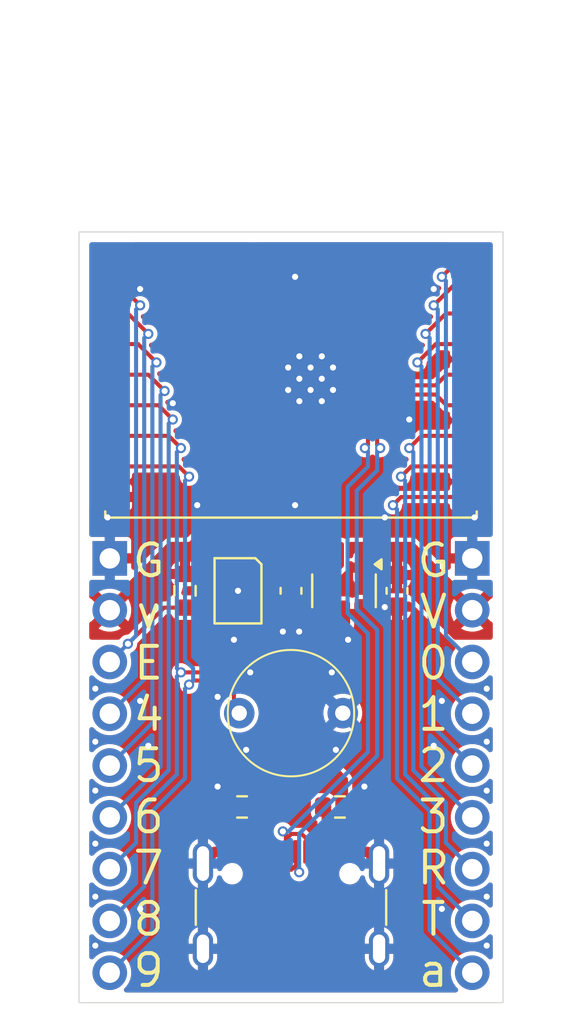
<source format=kicad_pcb>
(kicad_pcb (version 20241229) (generator "pcbnew") (generator_version "9.0")
  (layers (0 "F.Cu" signal) (2 "B.Cu" signal) (13 "F.Paste" user) (15 "B.Paste" user) (5 "F.SilkS" user "F.Silkscreen") (7 "B.SilkS" user "B.Silkscreen") (1 "F.Mask" user) (3 "B.Mask" user) (25 "Edge.Cuts" user))
  (net 0 "")
  (net 1 "GND")
  (net 2 "D+")
  (net 3 "D-")
  (net 5 "Net-(J1-CC1)")
  (net 6 "Net-(J1-CC2)")
  (net 7 "+3.3V")
  (net 8 "IO0")
  (net 9 "IO1")
  (net 10 "IO2")
  (net 11 "IO3")
  (net 12 "IO4")
  (net 13 "IO5")
  (net 14 "IO6")
  (net 15 "IO7")
  (net 16 "IO8")
  (net 17 "IO9")
  (net 18 "IO10")
  (net 19 "RXD")
  (net 20 "TXD")
  (net 21 "EN")
  (net 22 "VBUS")
  (footprint "Resistor_SMD:R_0603_1608Metric" (layer "F.Cu") (at 94.8 79.8 -90)
    (property "Reference" "R1" (hide yes))
    (property "Value" "10k" (hide yes))
    (fp_line (start -0.237258 0.5225) (end 0.237258 0.5225) (stroke (width 0.12)) (layer "F.SilkS"))
    (fp_line (start -0.237258 -0.5225) (end 0.237258 -0.5225) (stroke (width 0.12)) (layer "F.SilkS"))
    (pad "1" smd roundrect (at -0.825 0 270) (size 0.8 0.95) (layers "F.Cu" "F.Mask" "F.Paste") (net 7 "+3.3V"))
    (pad "2" smd roundrect (at 0.825 0 270) (size 0.8 0.95) (layers "F.Cu" "F.Mask" "F.Paste") (net 21 "EN"))
  )
  (footprint "Connector_USB:USB_C_Receptacle_GCT_USB4105-xx-A_16P_TopMnt_Horizontal" (layer "F.Cu") (at 100 96.28)
    (property "Reference" "J1" (hide yes))
    (property "Value" "USB_C_Receptacle_USB2.0_16P" (hide yes))
    (fp_line (start -4.67 -0.1) (end -4.67 -1.8) (stroke (width 0.12)) (layer "F.SilkS"))
    (fp_line (start 4.67 -0.1) (end 4.67 -1.8) (stroke (width 0.12)) (layer "F.SilkS"))
    (pad "" np_thru_hole circle (at -2.89 -2.605) (size 0.65 0.65) (drill 0.65) (layers "*.Cu" "*.Mask"))
    (pad "" np_thru_hole circle (at 2.89 -2.605) (size 0.65 0.65) (drill 0.65) (layers "*.Cu" "*.Mask"))
    (pad "A1" smd roundrect (at -3.2 -3.68) (size 0.6 1.15) (layers "F.Cu" "F.Mask" "F.Paste") (net 1 "GND"))
    (pad "A4" smd roundrect (at -2.4 -3.68) (size 0.6 1.15) (layers "F.Cu" "F.Mask" "F.Paste") (net 22 "VBUS"))
    (pad "A5" smd roundrect (at -1.25 -3.68) (size 0.3 1.15) (layers "F.Cu" "F.Mask" "F.Paste") (net 5 "Net-(J1-CC1)"))
    (pad "A6" smd roundrect (at -0.25 -3.68) (size 0.3 1.15) (layers "F.Cu" "F.Mask" "F.Paste") (net 2 "D+"))
    (pad "A7" smd roundrect (at 0.25 -3.68) (size 0.3 1.15) (layers "F.Cu" "F.Mask" "F.Paste") (net 3 "D-"))
    (pad "A8" smd roundrect (at 1.25 -3.68) (size 0.3 1.15) (layers "F.Cu" "F.Mask" "F.Paste"))
    (pad "A9" smd roundrect (at 2.4 -3.68) (size 0.6 1.15) (layers "F.Cu" "F.Mask" "F.Paste") (net 22 "VBUS"))
    (pad "A12" smd roundrect (at 3.2 -3.68) (size 0.6 1.15) (layers "F.Cu" "F.Mask" "F.Paste") (net 1 "GND"))
    (pad "B1" smd roundrect (at 3.2 -3.68) (size 0.6 1.15) (layers "F.Cu" "F.Mask" "F.Paste") (net 1 "GND"))
    (pad "B4" smd roundrect (at 2.4 -3.68) (size 0.6 1.15) (layers "F.Cu" "F.Mask" "F.Paste") (net 22 "VBUS"))
    (pad "B5" smd roundrect (at 1.75 -3.68) (size 0.3 1.15) (layers "F.Cu" "F.Mask" "F.Paste") (net 6 "Net-(J1-CC2)"))
    (pad "B6" smd roundrect (at 0.75 -3.68) (size 0.3 1.15) (layers "F.Cu" "F.Mask" "F.Paste") (net 2 "D+"))
    (pad "B7" smd roundrect (at -0.75 -3.68) (size 0.3 1.15) (layers "F.Cu" "F.Mask" "F.Paste") (net 3 "D-"))
    (pad "B8" smd roundrect (at -1.75 -3.68) (size 0.3 1.15) (layers "F.Cu" "F.Mask" "F.Paste"))
    (pad "B9" smd roundrect (at -2.4 -3.68) (size 0.6 1.15) (layers "F.Cu" "F.Mask" "F.Paste") (net 22 "VBUS"))
    (pad "B12" smd roundrect (at -3.2 -3.68) (size 0.6 1.15) (layers "F.Cu" "F.Mask" "F.Paste") (net 1 "GND"))
    (pad "S1" thru_hole oval (at -4.32 -3.105) (size 1 2.1) (drill oval 0.6 1.7) (property pad_prop_heatsink) (layers "*.Cu" "*.Mask" "F.Paste") (net 1 "GND"))
    (pad "S1" thru_hole oval (at -4.32 1.075) (size 1 1.8) (drill oval 0.6 1.4) (property pad_prop_heatsink) (layers "*.Cu" "*.Mask" "F.Paste") (net 1 "GND"))
    (pad "S1" thru_hole oval (at 4.32 -3.105) (size 1 2.1) (drill oval 0.6 1.7) (property pad_prop_heatsink) (layers "*.Cu" "*.Mask" "F.Paste") (net 1 "GND"))
    (pad "S1" thru_hole oval (at 4.32 1.075) (size 1 1.8) (drill oval 0.6 1.4) (property pad_prop_heatsink) (layers "*.Cu" "*.Mask" "F.Paste") (net 1 "GND"))
  )
  (footprint "Resistor_SMD:R_0603_1608Metric" (layer "F.Cu") (at 102.4 90.4)
    (property "Reference" "R3" (hide yes))
    (property "Value" "5.1k" (hide yes))
    (fp_line (start -0.237258 -0.5225) (end 0.237258 -0.5225) (stroke (width 0.12)) (layer "F.SilkS"))
    (fp_line (start -0.237258 0.5225) (end 0.237258 0.5225) (stroke (width 0.12)) (layer "F.SilkS"))
    (pad "1" smd roundrect (at -0.825 0) (size 0.8 0.95) (layers "F.Cu" "F.Mask" "F.Paste") (net 6 "Net-(J1-CC2)"))
    (pad "2" smd roundrect (at 0.825 0) (size 0.8 0.95) (layers "F.Cu" "F.Mask" "F.Paste") (net 1 "GND"))
  )
  (footprint "Capacitor_SMD:C_0603_1608Metric" (layer "F.Cu") (at 105.2 79.8 -90)
    (property "Reference" "C1" (hide yes))
    (property "Value" "1u" (hide yes))
    (fp_line (start -0.14058 0.51) (end 0.14058 0.51) (stroke (width 0.12)) (layer "F.SilkS"))
    (fp_line (start -0.14058 -0.51) (end 0.14058 -0.51) (stroke (width 0.12)) (layer "F.SilkS"))
    (pad "1" smd roundrect (at -0.775 0 270) (size 0.9 0.95) (layers "F.Cu" "F.Mask" "F.Paste") (net 22 "VBUS"))
    (pad "2" smd roundrect (at 0.775 0 270) (size 0.9 0.95) (layers "F.Cu" "F.Mask" "F.Paste") (net 1 "GND"))
  )
  (footprint "Resistor_SMD:R_0603_1608Metric" (layer "F.Cu") (at 97.6 90.4 180)
    (property "Reference" "R2" (hide yes))
    (property "Value" "5.1k" (hide yes))
    (fp_line (start -0.237258 0.5225) (end 0.237258 0.5225) (stroke (width 0.12)) (layer "F.SilkS"))
    (fp_line (start -0.237258 -0.5225) (end 0.237258 -0.5225) (stroke (width 0.12)) (layer "F.SilkS"))
    (pad "1" smd roundrect (at -0.825 0 180) (size 0.8 0.95) (layers "F.Cu" "F.Mask" "F.Paste") (net 5 "Net-(J1-CC1)"))
    (pad "2" smd roundrect (at 0.825 0 180) (size 0.8 0.95) (layers "F.Cu" "F.Mask" "F.Paste") (net 1 "GND"))
  )
  (footprint "Capacitor_SMD:C_0603_1608Metric" (layer "F.Cu") (at 100 79.8 -90)
    (property "Reference" "C2" (hide yes))
    (property "Value" "1u" (hide yes))
    (fp_line (start -0.14058 0.51) (end 0.14058 0.51) (stroke (width 0.12)) (layer "F.SilkS"))
    (fp_line (start -0.14058 -0.51) (end 0.14058 -0.51) (stroke (width 0.12)) (layer "F.SilkS"))
    (pad "1" smd roundrect (at -0.775 0 270) (size 0.9 0.95) (layers "F.Cu" "F.Mask" "F.Paste") (net 7 "+3.3V"))
    (pad "2" smd roundrect (at 0.775 0 270) (size 0.9 0.95) (layers "F.Cu" "F.Mask" "F.Paste") (net 1 "GND"))
  )
  (footprint "Package_TO_SOT_SMD:SOT-23-3" (layer "F.Cu") (at 102.6 79.8 -90)
    (property "Reference" "U2" (hide yes))
    (property "Value" "AP7333" (hide yes))
    (fp_line (start 0 1.56) (end -0.8 1.56) (stroke (width 0.12)) (layer "F.SilkS"))
    (fp_line (start 0 1.56) (end 0.8 1.56) (stroke (width 0.12)) (layer "F.SilkS"))
    (fp_line (start 0 -1.56) (end -0.8 -1.56) (stroke (width 0.12)) (layer "F.SilkS"))
    (fp_line (start 0 -1.56) (end 0.8 -1.56) (stroke (width 0.12)) (layer "F.SilkS"))
    (fp_poly (pts (xy -1.3 -1.51) (xy -1.54 -1.84) (xy -1.06 -1.84)) (stroke (width 0.12)) (fill yes) (layer "F.SilkS"))
    (pad "1" smd roundrect (at -1.1375 -0.95 270) (size 1.325 0.6) (layers "F.Cu" "F.Mask" "F.Paste") (net 22 "VBUS"))
    (pad "2" smd roundrect (at -1.1375 0.95 270) (size 1.325 0.6) (layers "F.Cu" "F.Mask" "F.Paste") (net 7 "+3.3V"))
    (pad "3" smd roundrect (at 1.1375 0 270) (size 1.325 0.6) (layers "F.Cu" "F.Mask" "F.Paste") (net 1 "GND"))
  )
  (footprint "Library:alps-skrg" (layer "F.Cu") (at 100 85.8)
    (property "Reference" "SW1" (hide yes))
    (property "Value" "SW_BOOT" (hide yes))
    (fp_circle (center 0 0) (end 3.1 0) (stroke (width 0.1)) (fill no) (layer "F.SilkS"))
    (pad "1" thru_hole circle (at -2.54 0) (size 1.5 1.5) (drill 0.75) (layers "*.Cu" "*.Mask") (net 17 "IO9"))
    (pad "2" thru_hole circle (at 2.54 0) (size 1.5 1.5) (drill 0.75) (layers "*.Cu" "*.Mask") (net 1 "GND"))
  )
  (footprint "LED_SMD:LED_WS2812B-2020_PLCC4_2.0x2.0mm" (layer "F.Cu") (at 97.4 79.8 -90)
    (property "Reference" "D1" (hide yes))
    (property "Value" "WS2812B-2020" (hide yes))
    (fp_line (start -1.6 1.15) (end 1.6 1.15) (stroke (width 0.12)) (layer "F.SilkS"))
    (fp_line (start -1.6 1.15) (end -1.6 -0.85) (stroke (width 0.12)) (layer "F.SilkS"))
    (fp_line (start -1.3 -1.15) (end -1.6 -0.85) (stroke (width 0.12)) (layer "F.SilkS"))
    (fp_line (start -1.3 -1.15) (end 1.6 -1.15) (stroke (width 0.12)) (layer "F.SilkS"))
    (fp_line (start 1.6 -1.15) (end 1.6 1.15) (stroke (width 0.12)) (layer "F.SilkS"))
    (pad "1" smd rect (at -0.915 -0.55 270) (size 0.7 0.7) (layers "F.Cu" "F.Mask" "F.Paste"))
    (pad "2" smd rect (at -0.915 0.55 270) (size 0.7 0.7) (layers "F.Cu" "F.Mask" "F.Paste") (net 1 "GND"))
    (pad "3" smd rect (at 0.915 0.55 270) (size 0.7 0.7) (layers "F.Cu" "F.Mask" "F.Paste") (net 16 "IO8"))
    (pad "4" smd rect (at 0.915 -0.55 270) (size 0.7 0.7) (layers "F.Cu" "F.Mask" "F.Paste") (net 22 "VBUS"))
  )
  (footprint "RF_Module:ESP32-C3-WROOM-02" (layer "F.Cu") (at 100 69.2)
    (property "Reference" "U1" (hide yes))
    (property "Value" "ESP32-C3-WROOM-02" (hide yes))
    (fp_line (start -9.11 6.71) (end -9.11 7.01) (stroke (width 0.12)) (layer "F.SilkS"))
    (fp_line (start -9.11 7.01) (end 9.11 7.01) (stroke (width 0.12)) (layer "F.SilkS"))
    (fp_line (start 9.11 6.71) (end 9.11 7.01) (stroke (width 0.12)) (layer "F.SilkS"))
    (pad "1" smd rect (at -8.75 -6) (size 1.5 0.9) (layers "F.Cu" "F.Mask" "F.Paste") (net 7 "+3.3V"))
    (pad "2" smd rect (at -8.75 -4.5) (size 1.5 0.9) (layers "F.Cu" "F.Mask" "F.Paste") (net 21 "EN"))
    (pad "3" smd rect (at -8.75 -3) (size 1.5 0.9) (layers "F.Cu" "F.Mask" "F.Paste") (net 12 "IO4"))
    (pad "4" smd rect (at -8.75 -1.5) (size 1.5 0.9) (layers "F.Cu" "F.Mask" "F.Paste") (net 13 "IO5"))
    (pad "5" smd rect (at -8.75 0) (size 1.5 0.9) (layers "F.Cu" "F.Mask" "F.Paste") (net 14 "IO6"))
    (pad "6" smd rect (at -8.75 1.5) (size 1.5 0.9) (layers "F.Cu" "F.Mask" "F.Paste") (net 15 "IO7"))
    (pad "7" smd rect (at -8.75 3) (size 1.5 0.9) (layers "F.Cu" "F.Mask" "F.Paste") (net 16 "IO8"))
    (pad "8" smd rect (at -8.75 4.5) (size 1.5 0.9) (layers "F.Cu" "F.Mask" "F.Paste") (net 17 "IO9"))
    (pad "9" smd rect (at -8.75 6) (size 1.5 0.9) (layers "F.Cu" "F.Mask" "F.Paste") (net 1 "GND"))
    (pad "10" smd rect (at 8.75 6) (size 1.5 0.9) (layers "F.Cu" "F.Mask" "F.Paste") (net 18 "IO10"))
    (pad "11" smd rect (at 8.75 4.5) (size 1.5 0.9) (layers "F.Cu" "F.Mask" "F.Paste") (net 19 "RXD"))
    (pad "12" smd rect (at 8.75 3) (size 1.5 0.9) (layers "F.Cu" "F.Mask" "F.Paste") (net 20 "TXD"))
    (pad "13" smd rect (at 8.75 1.5) (size 1.5 0.9) (layers "F.Cu" "F.Mask" "F.Paste") (net 3 "D-"))
    (pad "14" smd rect (at 8.75 0) (size 1.5 0.9) (layers "F.Cu" "F.Mask" "F.Paste") (net 2 "D+"))
    (pad "15" smd rect (at 8.75 -1.5) (size 1.5 0.9) (layers "F.Cu" "F.Mask" "F.Paste") (net 11 "IO3"))
    (pad "16" smd rect (at 8.75 -3) (size 1.5 0.9) (layers "F.Cu" "F.Mask" "F.Paste") (net 10 "IO2"))
    (pad "17" smd rect (at 8.75 -4.5) (size 1.5 0.9) (layers "F.Cu" "F.Mask" "F.Paste") (net 9 "IO1"))
    (pad "18" smd rect (at 8.75 -6) (size 1.5 0.9) (layers "F.Cu" "F.Mask" "F.Paste") (net 8 "IO0"))
    (pad "19" thru_hole circle (at -0.14 -0.35) (size 0.6 0.6) (drill 0.3) (property pad_prop_heatsink) (layers "*.Cu" "F.Mask") (net 1 "GND"))
    (pad "19" thru_hole circle (at -0.14 0.75) (size 0.6 0.6) (drill 0.3) (property pad_prop_heatsink) (layers "*.Cu" "F.Mask") (net 1 "GND"))
    (pad "19" thru_hole circle (at 0.41 -0.9) (size 0.6 0.6) (drill 0.3) (property pad_prop_heatsink) (layers "*.Cu" "F.Mask") (net 1 "GND"))
    (pad "19" thru_hole circle (at 0.41 0.2) (size 0.6 0.6) (drill 0.3) (property pad_prop_heatsink) (layers "*.Cu" "F.Mask") (net 1 "GND"))
    (pad "19" thru_hole circle (at 0.41 1.3) (size 0.6 0.6) (drill 0.3) (property pad_prop_heatsink) (layers "*.Cu" "F.Mask") (net 1 "GND"))
    (pad "19" thru_hole circle (at 0.96 -0.35) (size 0.6 0.6) (drill 0.3) (property pad_prop_heatsink) (layers "*.Cu" "F.Mask") (net 1 "GND"))
    (pad "19" smd rect (at 0.96 0.2) (size 2.9 2.9) (property pad_prop_heatsink) (layers "F.Cu" "F.Mask") (net 1 "GND"))
    (pad "19" thru_hole circle (at 0.96 0.75) (size 0.6 0.6) (drill 0.3) (property pad_prop_heatsink) (layers "*.Cu" "F.Mask") (net 1 "GND"))
    (pad "19" thru_hole circle (at 1.51 -0.9) (size 0.6 0.6) (drill 0.3) (property pad_prop_heatsink) (layers "*.Cu" "F.Mask") (net 1 "GND"))
    (pad "19" thru_hole circle (at 1.51 0.2) (size 0.6 0.6) (drill 0.3) (property pad_prop_heatsink) (layers "*.Cu" "F.Mask") (net 1 "GND"))
    (pad "19" thru_hole circle (at 1.51 1.3) (size 0.6 0.6) (drill 0.3) (property pad_prop_heatsink) (layers "*.Cu" "F.Mask") (net 1 "GND"))
    (pad "19" thru_hole circle (at 2.06 -0.35) (size 0.6 0.6) (drill 0.3) (property pad_prop_heatsink) (layers "*.Cu" "F.Mask") (net 1 "GND"))
    (pad "19" thru_hole circle (at 2.06 0.75) (size 0.6 0.6) (drill 0.3) (property pad_prop_heatsink) (layers "*.Cu" "F.Mask") (net 1 "GND"))
    (zone (net 0) (net_name "") (layers "F.Cu" "B.Cu") (connect_pads (clearance 0)) (min_thickness 0.254)
      (keepout (tracks not_allowed) (vias not_allowed) (pads not_allowed) (copperpour not_allowed) (footprints not_allowed))
      (fill (thermal_gap 0.508) (thermal_bridge_width 0.508))
      (polygon (pts (xy 86 62.1) (xy 114 62.1) (xy 114 51.1) (xy 86 51.1)))
    )
  )
  (footprint "Connector_PinHeader_2.54mm:PinHeader_1x09_P2.54mm_Vertical" (layer "B.Cu") (at 108.89 78.21 180)
    (property "Reference" "J3" (hide yes))
    (property "Value" "OUT2" (hide yes))
    (pad "1" thru_hole rect (at 0 0 180) (size 1.7 1.7) (drill 1) (layers "*.Cu" "*.Mask") (net 1 "GND"))
    (pad "2" thru_hole circle (at 0 -2.54 180) (size 1.7 1.7) (drill 1) (layers "*.Cu" "*.Mask") (net 22 "VBUS"))
    (pad "3" thru_hole circle (at 0 -5.08 180) (size 1.7 1.7) (drill 1) (layers "*.Cu" "*.Mask") (net 8 "IO0"))
    (pad "4" thru_hole circle (at 0 -7.62 180) (size 1.7 1.7) (drill 1) (layers "*.Cu" "*.Mask") (net 9 "IO1"))
    (pad "5" thru_hole circle (at 0 -10.16 180) (size 1.7 1.7) (drill 1) (layers "*.Cu" "*.Mask") (net 10 "IO2"))
    (pad "6" thru_hole circle (at 0 -12.7 180) (size 1.7 1.7) (drill 1) (layers "*.Cu" "*.Mask") (net 11 "IO3"))
    (pad "7" thru_hole circle (at 0 -15.24 180) (size 1.7 1.7) (drill 1) (layers "*.Cu" "*.Mask") (net 20 "TXD"))
    (pad "8" thru_hole circle (at 0 -17.78 180) (size 1.7 1.7) (drill 1) (layers "*.Cu" "*.Mask") (net 19 "RXD"))
    (pad "9" thru_hole circle (at 0 -20.32 180) (size 1.7 1.7) (drill 1) (layers "*.Cu" "*.Mask") (net 18 "IO10"))
  )
  (footprint "LOGO" (layer "B.Cu") (at 100 68.8 180)
    (property "Reference" "G***" (hide yes))
    (property "Value" "LOGO" (hide yes))
  )
  (footprint "Library:PCB.MCBEERINGI.DEV_small" (layer "B.Cu") (at 98.8 77.8 180)
    (property "Reference" "" (at 0 0 0) (layer "B.SilkS") (effects (font (size 1.27 1.27)) (justify mirror)))
    (property "Value" "")
  )
  (footprint "Connector_PinHeader_2.54mm:PinHeader_1x09_P2.54mm_Vertical" (layer "B.Cu") (at 91.11 78.21 180)
    (property "Reference" "J2" (hide yes))
    (property "Value" "OUT1" (hide yes))
    (pad "1" thru_hole rect (at 0 0 180) (size 1.7 1.7) (drill 1) (layers "*.Cu" "*.Mask") (net 1 "GND"))
    (pad "2" thru_hole circle (at 0 -2.54 180) (size 1.7 1.7) (drill 1) (layers "*.Cu" "*.Mask") (net 7 "+3.3V"))
    (pad "3" thru_hole circle (at 0 -5.08 180) (size 1.7 1.7) (drill 1) (layers "*.Cu" "*.Mask") (net 21 "EN"))
    (pad "4" thru_hole circle (at 0 -7.62 180) (size 1.7 1.7) (drill 1) (layers "*.Cu" "*.Mask") (net 12 "IO4"))
    (pad "5" thru_hole circle (at 0 -10.16 180) (size 1.7 1.7) (drill 1) (layers "*.Cu" "*.Mask") (net 13 "IO5"))
    (pad "6" thru_hole circle (at 0 -12.7 180) (size 1.7 1.7) (drill 1) (layers "*.Cu" "*.Mask") (net 14 "IO6"))
    (pad "7" thru_hole circle (at 0 -15.24 180) (size 1.7 1.7) (drill 1) (layers "*.Cu" "*.Mask") (net 15 "IO7"))
    (pad "8" thru_hole circle (at 0 -17.78 180) (size 1.7 1.7) (drill 1) (layers "*.Cu" "*.Mask") (net 16 "IO8"))
    (pad "9" thru_hole circle (at 0 -20.32 180) (size 1.7 1.7) (drill 1) (layers "*.Cu" "*.Mask") (net 17 "IO9"))
  )
  (gr_line (start 110.4 62.2) (end 89.6 62.2) (stroke (width 0.05)) (layer "Edge.Cuts"))
  (gr_line (start 89.6 100) (end 110.4 100) (stroke (width 0.05)) (layer "Edge.Cuts"))
  (gr_line (start 89.6 100) (end 89.6 62.2) (stroke (width 0.05)) (layer "Edge.Cuts"))
  (gr_line (start 110.4 62.2) (end 110.4 100) (stroke (width 0.05)) (layer "Edge.Cuts"))
  (gr_text "G\nV\n0\n1\n2\n3\nR\nT\na" (at 106.985 88.37 0) (layer "F.SilkS") (effects (font (size 1.56 1.56) (thickness 0.195))))
  (gr_text "G\nv\nE\n4\n5\n6\n7\n8\n9" (at 93.015 88.37 0) (layer "F.SilkS") (effects (font (size 1.56 1.56) (thickness 0.195))))
  (segment (start 103.745 92.6) (end 104.32 93.175) (width 0.5) (layer "F.Cu") (net 1))
  (segment (start 103.2 92.6) (end 103.745 92.6) (width 0.5) (layer "F.Cu") (net 1))
  (segment (start 96.8 92.6) (end 96.255 92.6) (width 0.5) (layer "F.Cu") (net 1))
  (segment (start 96.255 92.6) (end 95.68 93.175) (width 0.5) (layer "F.Cu") (net 1))
  (via (at 98 83.8) (size 0.5) (drill 0.3) (layers "F.Cu" "B.Cu") (net 1))
  (via (at 102.2 87.6) (size 0.5) (drill 0.3) (layers "F.Cu" "B.Cu") (net 1))
  (via (at 92.6 65) (size 0.5) (drill 0.3) (layers "F.Cu" "B.Cu") (net 1))
  (via (at 109.6 87.2) (size 0.5) (drill 0.3) (layers "F.Cu" "B.Cu") (net 1))
  (via (at 100.2 64.4) (size 0.5) (drill 0.3) (layers "F.Cu" "B.Cu") (net 1))
  (via (at 107.4 85.2) (size 0.5) (drill 0.3) (layers "F.Cu" "B.Cu") (net 1))
  (via (at 96.4 85) (size 0.5) (drill 0.3) (layers "F.Cu" "B.Cu") (net 1))
  (via (at 90.4 89.6) (size 0.5) (drill 0.3) (layers "F.Cu" "B.Cu") (net 1))
  (via (at 102 83.8) (size 0.5) (drill 0.3) (layers "F.Cu" "B.Cu") (net 1))
  (via (at 104.6 80.6) (size 0.5) (drill 0.3) (layers "F.Cu" "B.Cu") (net 1))
  (via (at 97.4 79.8) (size 0.5) (drill 0.3) (layers "F.Cu" "B.Cu") (net 1))
  (via (at 97.2 82.2) (size 0.5) (drill 0.3) (layers "F.Cu" "B.Cu") (net 1))
  (via (at 100.4 81.8) (size 0.5) (drill 0.3) (layers "F.Cu" "B.Cu") (net 1))
  (via (at 90.4 97.2) (size 0.5) (drill 0.3) (layers "F.Cu" "B.Cu") (net 1))
  (via (at 104.6 76.2) (size 0.5) (drill 0.3) (layers "F.Cu" "B.Cu") (net 1))
  (via (at 109.6 89.6) (size 0.5) (drill 0.3) (layers "F.Cu" "B.Cu") (net 1))
  (via (at 107 65) (size 0.5) (drill 0.3) (layers "F.Cu" "B.Cu") (net 1))
  (via (at 94.2 70.6) (size 0.5) (drill 0.3) (layers "F.Cu" "B.Cu") (net 1))
  (via (at 109.6 94.8) (size 0.5) (drill 0.3) (layers "F.Cu" "B.Cu") (net 1))
  (via (at 107 87.4) (size 0.5) (drill 0.3) (layers "F.Cu" "B.Cu") (net 1))
  (via (at 92.6 95.4) (size 0.5) (drill 0.3) (layers "F.Cu" "B.Cu") (net 1))
  (via (at 93 87.4) (size 0.5) (drill 0.3) (layers "F.Cu" "B.Cu") (net 1))
  (via (at 99.6 81.8) (size 0.5) (drill 0.3) (layers "F.Cu" "B.Cu") (net 1))
  (via (at 90.4 84.6) (size 0.5) (drill 0.3) (layers "F.Cu" "B.Cu") (net 1))
  (via (at 107.4 95.4) (size 0.5) (drill 0.3) (layers "F.Cu" "B.Cu") (net 1))
  (via (at 97.8 87.6) (size 0.5) (drill 0.3) (layers "F.Cu" "B.Cu") (net 1))
  (via (at 103.6 89.4) (size 0.5) (drill 0.3) (layers "F.Cu" "B.Cu") (net 1))
  (via (at 90.4 87.2) (size 0.5) (drill 0.3) (layers "F.Cu" "B.Cu") (net 1))
  (via (at 90.4 92.2) (size 0.5) (drill 0.3) (layers "F.Cu" "B.Cu") (net 1))
  (via (at 96.4 89.4) (size 0.5) (drill 0.3) (layers "F.Cu" "B.Cu") (net 1))
  (via (at 90.4 94.8) (size 0.5) (drill 0.3) (layers "F.Cu" "B.Cu") (net 1))
  (via (at 109.6 84.6) (size 0.5) (drill 0.3) (layers "F.Cu" "B.Cu") (net 1))
  (via (at 109 76.2) (size 0.5) (drill 0.3) (layers "F.Cu" "B.Cu") (net 1))
  (via (at 95.4 75.6) (size 0.5) (drill 0.3) (layers "F.Cu" "B.Cu") (net 1))
  (via (at 100.2 75.6) (size 0.5) (drill 0.3) (layers "F.Cu" "B.Cu") (net 1))
  (via (at 109.6 97.2) (size 0.5) (drill 0.3) (layers "F.Cu" "B.Cu") (net 1))
  (via (at 109.6 92.2) (size 0.5) (drill 0.3) (layers "F.Cu" "B.Cu") (net 1))
  (via (at 91 76.2) (size 0.5) (drill 0.3) (layers "F.Cu" "B.Cu") (net 1))
  (via (at 102.8 82.2) (size 0.5) (drill 0.3) (layers "F.Cu" "B.Cu") (net 1))
  (via (at 105.8 71.4) (size 0.5) (drill 0.3) (layers "F.Cu" "B.Cu") (net 1))
  (via (at 92.6 85.2) (size 0.5) (drill 0.3) (layers "F.Cu" "B.Cu") (net 1))
  (segment (start 99.75 92.6) (end 99.75 91.991176) (width 0.2) (layer "F.Cu") (net 2))
  (segment (start 99.75 91.75) (end 99.75 92.6) (width 0.2) (layer "F.Cu") (net 2))
  (segment (start 107.099999 69.725) (end 107.624999 69.2) (width 0.2) (layer "F.Cu") (net 2))
  (segment (start 99.6 91.6) (end 99.75 91.75) (width 0.2) (layer "F.Cu") (net 2))
  (segment (start 103.775 72.65) (end 103.775 71.706802) (width 0.2) (layer "F.Cu") (net 2))
  (segment (start 100.75 91.95) (end 100.75 92.6) (width 0.2) (layer "F.Cu") (net 2))
  (segment (start 100.017176 91.724) (end 100.524 91.724) (width 0.2) (layer "F.Cu") (net 2))
  (segment (start 103.775 71.706802) (end 105.756802 69.725) (width 0.2) (layer "F.Cu") (net 2))
  (segment (start 100.524 91.724) (end 100.75 91.95) (width 0.2) (layer "F.Cu") (net 2))
  (segment (start 103.625 72.8) (end 103.775 72.65) (width 0.2) (layer "F.Cu") (net 2))
  (segment (start 105.756802 69.725) (end 107.099999 69.725) (width 0.2) (layer "F.Cu") (net 2))
  (segment (start 107.624999 69.2) (end 108.75 69.2) (width 0.2) (layer "F.Cu") (net 2))
  (segment (start 99.75 91.991176) (end 100.017176 91.724) (width 0.2) (layer "F.Cu") (net 2))
  (via (at 103.625 72.8) (size 0.5) (drill 0.3) (layers "F.Cu" "B.Cu") (net 2))
  (via (at 99.6 91.6) (size 0.5) (drill 0.3) (layers "F.Cu" "B.Cu") (net 2))
  (segment (start 99.6 91.6) (end 99.881801 91.6) (width 0.2) (layer "B.Cu") (net 2))
  (segment (start 103.774999 72.949999) (end 103.625 72.8) (width 0.2) (layer "B.Cu") (net 2))
  (segment (start 103.775 87.706801) (end 103.775 81.893198) (width 0.2) (layer "B.Cu") (net 2))
  (segment (start 99.881801 91.6) (end 103.775 87.706801) (width 0.2) (layer "B.Cu") (net 2))
  (segment (start 102.775 74.706802) (end 103.774999 73.706803) (width 0.2) (layer "B.Cu") (net 2))
  (segment (start 103.774999 73.706803) (end 103.774999 72.949999) (width 0.2) (layer "B.Cu") (net 2))
  (segment (start 103.775 81.893198) (end 102.775 80.893198) (width 0.2) (layer "B.Cu") (net 2))
  (segment (start 102.775 80.893198) (end 102.775 74.706802) (width 0.2) (layer "B.Cu") (net 2))
  (segment (start 100.4 93.6) (end 100.25 93.45) (width 0.2) (layer "F.Cu") (net 3))
  (segment (start 99.25 93.208824) (end 99.517176 93.476) (width 0.2) (layer "F.Cu") (net 3))
  (segment (start 107.624999 70.7) (end 108.75 70.7) (width 0.2) (layer "F.Cu") (net 3))
  (segment (start 100.024 93.476) (end 100.25 93.25) (width 0.2) (layer "F.Cu") (net 3))
  (segment (start 104.225 72.65) (end 104.225 71.893198) (width 0.2) (layer "F.Cu") (net 3))
  (segment (start 105.943198 70.175) (end 107.099999 70.175) (width 0.2) (layer "F.Cu") (net 3))
  (segment (start 99.517176 93.476) (end 100.024 93.476) (width 0.2) (layer "F.Cu") (net 3))
  (segment (start 107.099999 70.175) (end 107.624999 70.7) (width 0.2) (layer "F.Cu") (net 3))
  (segment (start 100.25 93.25) (end 100.25 92.6) (width 0.2) (layer "F.Cu") (net 3))
  (segment (start 100.25 93.45) (end 100.25 92.6) (width 0.2) (layer "F.Cu") (net 3))
  (segment (start 104.225 71.893198) (end 105.943198 70.175) (width 0.2) (layer "F.Cu") (net 3))
  (segment (start 104.375 72.8) (end 104.225 72.65) (width 0.2) (layer "F.Cu") (net 3))
  (segment (start 99.25 92.6) (end 99.25 93.208824) (width 0.2) (layer "F.Cu") (net 3))
  (via (at 104.375 72.8) (size 0.5) (drill 0.3) (layers "F.Cu" "B.Cu") (net 3))
  (via (at 100.4 93.6) (size 0.5) (drill 0.3) (layers "F.Cu" "B.Cu") (net 3))
  (segment (start 104.225001 72.949999) (end 104.375 72.8) (width 0.2) (layer "B.Cu") (net 3))
  (segment (start 104.225 81.706802) (end 103.225 80.706802) (width 0.2) (layer "B.Cu") (net 3))
  (segment (start 103.225 80.706802) (end 103.225 74.893198) (width 0.2) (layer "B.Cu") (net 3))
  (segment (start 103.225 74.893198) (end 104.225001 73.893197) (width 0.2) (layer "B.Cu") (net 3))
  (segment (start 104.225 87.893199) (end 104.225 81.706802) (width 0.2) (layer "B.Cu") (net 3))
  (segment (start 104.225001 73.893197) (end 104.225001 72.949999) (width 0.2) (layer "B.Cu") (net 3))
  (segment (start 100.4 91.718199) (end 104.225 87.893199) (width 0.2) (layer "B.Cu") (net 3))
  (segment (start 100.4 93.6) (end 100.4 91.718199) (width 0.2) (layer "B.Cu") (net 3))
  (segment (start 98.75 92.6) (end 98.75 91.95) (width 0.2) (layer "F.Cu") (net 5))
  (segment (start 98.75 91.95) (end 98.4 91.6) (width 0.2) (layer "F.Cu") (net 5))
  (segment (start 98.4 91.6) (end 98.4 90.425) (width 0.2) (layer "F.Cu") (net 5))
  (segment (start 98.4 90.425) (end 98.425 90.4) (width 0.2) (layer "F.Cu") (net 5))
  (segment (start 101.6 91.8) (end 101.6 90.425) (width 0.2) (layer "F.Cu") (net 6))
  (segment (start 101.75 91.95) (end 101.6 91.8) (width 0.2) (layer "F.Cu") (net 6))
  (segment (start 101.75 92.6) (end 101.75 91.95) (width 0.2) (layer "F.Cu") (net 6))
  (segment (start 101.6 90.425) (end 101.575 90.4) (width 0.2) (layer "F.Cu") (net 6))
  (segment (start 108.75 63.2) (end 108.6 63.2) (width 0.2) (layer "F.Cu") (net 8))
  (segment (start 107.6 64.2) (end 107.4 64.4) (width 0.2) (layer "F.Cu") (net 8))
  (segment (start 108.6 63.2) (end 107.6 64.2) (width 0.2) (layer "F.Cu") (net 8))
  (via (at 107.4 64.4) (size 0.5) (drill 0.3) (layers "F.Cu" "B.Cu") (net 8))
  (segment (start 107.6 82) (end 108.89 83.29) (width 0.2) (layer "B.Cu") (net 8))
  (segment (start 107.6 64.6) (end 107.6 82) (width 0.2) (layer "B.Cu") (net 8))
  (segment (start 107.4 64.4) (end 107.6 64.6) (width 0.2) (layer "B.Cu") (net 8))
  (segment (start 108.75 64.7) (end 108.1 64.7) (width 0.2) (layer "F.Cu") (net 9))
  (segment (start 108.1 64.7) (end 107 65.8) (width 0.2) (layer "F.Cu") (net 9))
  (via (at 107 65.8) (size 0.5) (drill 0.3) (layers "F.Cu" "B.Cu") (net 9))
  (segment (start 107.2 84.14) (end 108.89 85.83) (width 0.2) (layer "B.Cu") (net 9))
  (segment (start 107.2 66) (end 107.2 84.14) (width 0.2) (layer "B.Cu") (net 9))
  (segment (start 107 65.8) (end 107.2 66) (width 0.2) (layer "B.Cu") (net 9))
  (segment (start 108.75 66.2) (end 107.6 66.2) (width 0.2) (layer "F.Cu") (net 10))
  (segment (start 107.6 66.2) (end 106.6 67.2) (width 0.2) (layer "F.Cu") (net 10))
  (via (at 106.6 67.2) (size 0.5) (drill 0.3) (layers "F.Cu" "B.Cu") (net 10))
  (segment (start 106.8 86.28) (end 108.89 88.37) (width 0.2) (layer "B.Cu") (net 10))
  (segment (start 106.8 67.4) (end 106.8 86.28) (width 0.2) (layer "B.Cu") (net 10))
  (segment (start 106.6 67.2) (end 106.8 67.4) (width 0.2) (layer "B.Cu") (net 10))
  (segment (start 108.75 67.7) (end 107.1 67.7) (width 0.2) (layer "F.Cu") (net 11))
  (segment (start 107.1 67.7) (end 106.2 68.6) (width 0.2) (layer "F.Cu") (net 11))
  (via (at 106.2 68.6) (size 0.5) (drill 0.3) (layers "F.Cu" "B.Cu") (net 11))
  (segment (start 106.4 88.42) (end 108.89 90.91) (width 0.2) (layer "B.Cu") (net 11))
  (segment (start 106.4 68.8) (end 106.4 88.42) (width 0.2) (layer "B.Cu") (net 11))
  (segment (start 106.2 68.6) (end 106.4 68.8) (width 0.2) (layer "B.Cu") (net 11))
  (segment (start 92 66.2) (end 91.25 66.2) (width 0.2) (layer "F.Cu") (net 12))
  (segment (start 93 67.2) (end 92 66.2) (width 0.2) (layer "F.Cu") (net 12))
  (via (at 93 67.2) (size 0.5) (drill 0.3) (layers "F.Cu" "B.Cu") (net 12))
  (segment (start 92.8 84.14) (end 91.11 85.83) (width 0.2) (layer "B.Cu") (net 12))
  (segment (start 93 67.2) (end 92.8 67.4) (width 0.2) (layer "B.Cu") (net 12))
  (segment (start 92.8 67.4) (end 92.8 84.14) (width 0.2) (layer "B.Cu") (net 12))
  (segment (start 92.5 67.7) (end 91.25 67.7) (width 0.2) (layer "F.Cu") (net 13))
  (segment (start 93.4 68.6) (end 92.5 67.7) (width 0.2) (layer "F.Cu") (net 13))
  (via (at 93.4 68.6) (size 0.5) (drill 0.3) (layers "F.Cu" "B.Cu") (net 13))
  (segment (start 93.4 68.6) (end 93.2 68.8) (width 0.2) (layer "B.Cu") (net 13))
  (segment (start 93.2 86.28) (end 91.11 88.37) (width 0.2) (layer "B.Cu") (net 13))
  (segment (start 93.2 68.8) (end 93.2 86.28) (width 0.2) (layer "B.Cu") (net 13))
  (segment (start 93 69.2) (end 91.25 69.2) (width 0.2) (layer "F.Cu") (net 14))
  (segment (start 93.8 70) (end 93 69.2) (width 0.2) (layer "F.Cu") (net 14))
  (via (at 93.8 70) (size 0.5) (drill 0.3) (layers "F.Cu" "B.Cu") (net 14))
  (segment (start 93.8 70) (end 93.6 70.2) (width 0.2) (layer "B.Cu") (net 14))
  (segment (start 93.6 88.42) (end 91.11 90.91) (width 0.2) (layer "B.Cu") (net 14))
  (segment (start 93.6 70.2) (end 93.6 88.42) (width 0.2) (layer "B.Cu") (net 14))
  (segment (start 94.2 71.4) (end 93.5 70.7) (width 0.2) (layer "F.Cu") (net 15))
  (segment (start 93.5 70.7) (end 91.25 70.7) (width 0.2) (layer "F.Cu") (net 15))
  (via (at 94.2 71.4) (size 0.5) (drill 0.3) (layers "F.Cu" "B.Cu") (net 15))
  (segment (start 94 71.6) (end 94 88.6) (width 0.2) (layer "B.Cu") (net 15))
  (segment (start 94.2 71.4) (end 94 71.6) (width 0.2) (layer "B.Cu") (net 15))
  (segment (start 92.4 90.2) (end 92.4 92.16) (width 0.2) (layer "B.Cu") (net 15))
  (segment (start 92.4 92.16) (end 91.11 93.45) (width 0.2) (layer "B.Cu") (net 15))
  (segment (start 94 88.6) (end 92.4 90.2) (width 0.2) (layer "B.Cu") (net 15))
  (segment (start 96.85 80.85) (end 96.85 80.715) (width 0.2) (layer "F.Cu") (net 16))
  (segment (start 96.8 83.8) (end 98 82.6) (width 0.2) (layer "F.Cu") (net 16))
  (segment (start 98 82.6) (end 98 82) (width 0.2) (layer "F.Cu") (net 16))
  (segment (start 94.6 83.8) (end 96.8 83.8) (width 0.2) (layer "F.Cu") (net 16))
  (segment (start 98 82) (end 96.85 80.85) (width 0.2) (layer "F.Cu") (net 16))
  (segment (start 94.6 72.8) (end 94 72.2) (width 0.2) (layer "F.Cu") (net 16))
  (segment (start 94 72.2) (end 91.25 72.2) (width 0.2) (layer "F.Cu") (net 16))
  (via (at 94.6 72.8) (size 0.5) (drill 0.3) (layers "F.Cu" "B.Cu") (net 16))
  (via (at 94.6 83.8) (size 0.5) (drill 0.3) (layers "F.Cu" "B.Cu") (net 16))
  (segment (start 94.4 83.6) (end 94.4 73) (width 0.2) (layer "B.Cu") (net 16))
  (segment (start 94.6 83.8) (end 94.4 83.6) (width 0.2) (layer "B.Cu") (net 16))
  (segment (start 94.4 84) (end 94.4 88.8) (width 0.2) (layer "B.Cu") (net 16))
  (segment (start 94.6 83.8) (end 94.4 84) (width 0.2) (layer "B.Cu") (net 16))
  (segment (start 94.4 73) (end 94.6 72.8) (width 0.2) (layer "B.Cu") (net 16))
  (segment (start 92.8 94.3) (end 91.11 95.99) (width 0.2) (layer "B.Cu") (net 16))
  (segment (start 94.4 88.8) (end 92.8 90.4) (width 0.2) (layer "B.Cu") (net 16))
  (segment (start 92.8 90.4) (end 92.8 94.3) (width 0.2) (layer "B.Cu") (net 16))
  (segment (start 95 84.4) (end 95.2 84.2) (width 0.2) (layer "F.Cu") (net 17))
  (segment (start 97.2 85.4) (end 97.46 85.66) (width 0.2) (layer "F.Cu") (net 17))
  (segment (start 97.2 84.6) (end 97.2 85.4) (width 0.2) (layer "F.Cu") (net 17))
  (segment (start 94.5 73.7) (end 91.25 73.7) (width 0.2) (layer "F.Cu") (net 17))
  (segment (start 95 74.2) (end 94.5 73.7) (width 0.2) (layer "F.Cu") (net 17))
  (segment (start 97.46 85.66) (end 97.46 85.8) (width 0.2) (layer "F.Cu") (net 17))
  (segment (start 96.8 84.2) (end 97.2 84.6) (width 0.2) (layer "F.Cu") (net 17))
  (segment (start 95.2 84.2) (end 96.8 84.2) (width 0.2) (layer "F.Cu") (net 17))
  (via (at 95 84.4) (size 0.5) (drill 0.3) (layers "F.Cu" "B.Cu") (net 17))
  (via (at 95 74.2) (size 0.5) (drill 0.3) (layers "F.Cu" "B.Cu") (net 17))
  (segment (start 93.2 96.44) (end 91.11 98.53) (width 0.2) (layer "B.Cu") (net 17))
  (segment (start 94.8 74.4) (end 94.8 83.2) (width 0.2) (layer "B.Cu") (net 17))
  (segment (start 95.2 83.6) (end 95.2 84.2) (width 0.2) (layer "B.Cu") (net 17))
  (segment (start 94.8 83.2) (end 95.2 83.6) (width 0.2) (layer "B.Cu") (net 17))
  (segment (start 95 74.2) (end 94.8 74.4) (width 0.2) (layer "B.Cu") (net 17))
  (segment (start 95.2 84.2) (end 94.8 84.6) (width 0.2) (layer "B.Cu") (net 17))
  (segment (start 94.8 84.6) (end 94.8 89) (width 0.2) (layer "B.Cu") (net 17))
  (segment (start 94.8 89) (end 93.2 90.6) (width 0.2) (layer "B.Cu") (net 17))
  (segment (start 93.2 90.6) (end 93.2 96.44) (width 0.2) (layer "B.Cu") (net 17))
  (segment (start 105.4 75.2) (end 105 75.6) (width 0.2) (layer "F.Cu") (net 18))
  (segment (start 108.75 75.2) (end 105.4 75.2) (width 0.2) (layer "F.Cu") (net 18))
  (via (at 105 75.6) (size 0.5) (drill 0.3) (layers "F.Cu" "B.Cu") (net 18))
  (segment (start 105 75.6) (end 105.2 75.8) (width 0.2) (layer "B.Cu") (net 18))
  (segment (start 105.2 75.8) (end 105.2 89) (width 0.2) (layer "B.Cu") (net 18))
  (segment (start 105.2 89) (end 106.8 90.6) (width 0.2) (layer "B.Cu") (net 18))
  (segment (start 106.8 90.6) (end 106.8 96.44) (width 0.2) (layer "B.Cu") (net 18))
  (segment (start 106.8 96.44) (end 108.89 98.53) (width 0.2) (layer "B.Cu") (net 18))
  (segment (start 105.9 73.7) (end 105.4 74.2) (width 0.2) (layer "F.Cu") (net 19))
  (segment (start 108.75 73.7) (end 105.9 73.7) (width 0.2) (layer "F.Cu") (net 19))
  (via (at 105.4 74.2) (size 0.5) (drill 0.3) (layers "F.Cu" "B.Cu") (net 19))
  (segment (start 105.6 88.8) (end 107.2 90.4) (width 0.2) (layer "B.Cu") (net 19))
  (segment (start 107.2 90.4) (end 107.2 94.3) (width 0.2) (layer "B.Cu") (net 19))
  (segment (start 105.6 74.4) (end 105.6 88.8) (width 0.2) (layer "B.Cu") (net 19))
  (segment (start 105.4 74.2) (end 105.6 74.4) (width 0.2) (layer "B.Cu") (net 19))
  (segment (start 107.2 94.3) (end 108.89 95.99) (width 0.2) (layer "B.Cu") (net 19))
  (segment (start 108.75 72.2) (end 106.4 72.2) (width 0.2) (layer "F.Cu") (net 20))
  (segment (start 106.4 72.2) (end 105.8 72.8) (width 0.2) (layer "F.Cu") (net 20))
  (via (at 105.8 72.8) (size 0.5) (drill 0.3) (layers "F.Cu" "B.Cu") (net 20))
  (segment (start 106 73) (end 106 88.6) (width 0.2) (layer "B.Cu") (net 20))
  (segment (start 105.8 72.8) (end 106 73) (width 0.2) (layer "B.Cu") (net 20))
  (segment (start 107.6 92.16) (end 108.89 93.45) (width 0.2) (layer "B.Cu") (net 20))
  (segment (start 106 88.6) (end 107.6 90.2) (width 0.2) (layer "B.Cu") (net 20))
  (segment (start 107.6 90.2) (end 107.6 92.16) (width 0.2) (layer "B.Cu") (net 20))
  (segment (start 92 82.4) (end 93.775 80.625) (width 0.2) (layer "F.Cu") (net 21))
  (segment (start 91.5 64.7) (end 91.25 64.7) (width 0.2) (layer "F.Cu") (net 21))
  (segment (start 92.6 65.8) (end 91.5 64.7) (width 0.2) (layer "F.Cu") (net 21))
  (segment (start 93.775 80.625) (end 95 80.625) (width 0.2) (layer "F.Cu") (net 21))
  (via (at 92 82.4) (size 0.5) (drill 0.3) (layers "F.Cu" "B.Cu") (net 21))
  (via (at 92.6 65.8) (size 0.5) (drill 0.3) (layers "F.Cu" "B.Cu") (net 21))
  (segment (start 92.4 66) (end 92.4 82) (width 0.2) (layer "B.Cu") (net 21))
  (segment (start 92.4 82) (end 91.11 83.29) (width 0.2) (layer "B.Cu") (net 21))
  (segment (start 92.6 65.8) (end 92.4 66) (width 0.2) (layer "B.Cu") (net 21))
  (zone (net 22) (net_name "VBUS") (layer "F.Cu") (priority 1) (connect_pads (clearance 0.2)) (min_thickness 0.25) (fill yes (thermal_gap 0.2) (thermal_bridge_width 0.5))
    (polygon (pts (xy 101.8 94.4) (xy 98.2 94.4) (xy 97.2 93.4) (xy 97.2 89) (xy 99 87.2) (xy 99 84) (xy 98 83) (xy 98 81.6) (xy 97.6 81.2) (xy 97.6 80.4) (xy 99 80.4) (xy 99 82) (xy 99.4 82.4) (xy 100.6 82.4) (xy 101 82) (xy 101 79.4) (xy 101.8 79.4) (xy 102.6 78.6) (xy 102.6 77.4) (xy 106 77.4) (xy 108 79.4) (xy 110.25 79.4) (xy 110.25 82.2) (xy 108 82.2) (xy 105.8 80) (xy 103.235294 80) (xy 102 81.05) (xy 102 83) (xy 101 84) (xy 101 87.2) (xy 102.8 89) (xy 102.8 93.4)))
  )
  (zone (net 7) (net_name "+3.3V") (layer "F.Cu") (priority 2) (connect_pads (clearance 0.2)) (min_thickness 0.25) (fill yes (thermal_gap 0.2) (thermal_bridge_width 0.5))
    (polygon (pts (xy 96 67.8) (xy 92.25 63.8) (xy 89.75 63.8) (xy 89.75 62.05) (xy 98 62.05) (xy 98 76.4) (xy 99 77.4) (xy 102.6 77.4) (xy 102.6 78.6) (xy 101.8 79.4) (xy 99.4 79.4) (xy 98.6 78.6) (xy 95.6 78.6) (xy 92 82.2) (xy 89.75 82.2) (xy 89.75 79.4) (xy 92 79.4) (xy 94 77.4) (xy 95 77.4) (xy 96 76.4)))
  )
  (zone (net 1) (net_name "GND") (layers "F.Cu" "B.Cu") (connect_pads (clearance 0.2)) (min_thickness 0.25) (fill yes (thermal_gap 0.2) (thermal_bridge_width 0.5))
    (polygon (pts (xy 88.6 61.2) (xy 111.4 61.2) (xy 111.4 101) (xy 88.6 101)))
  )
)
</source>
